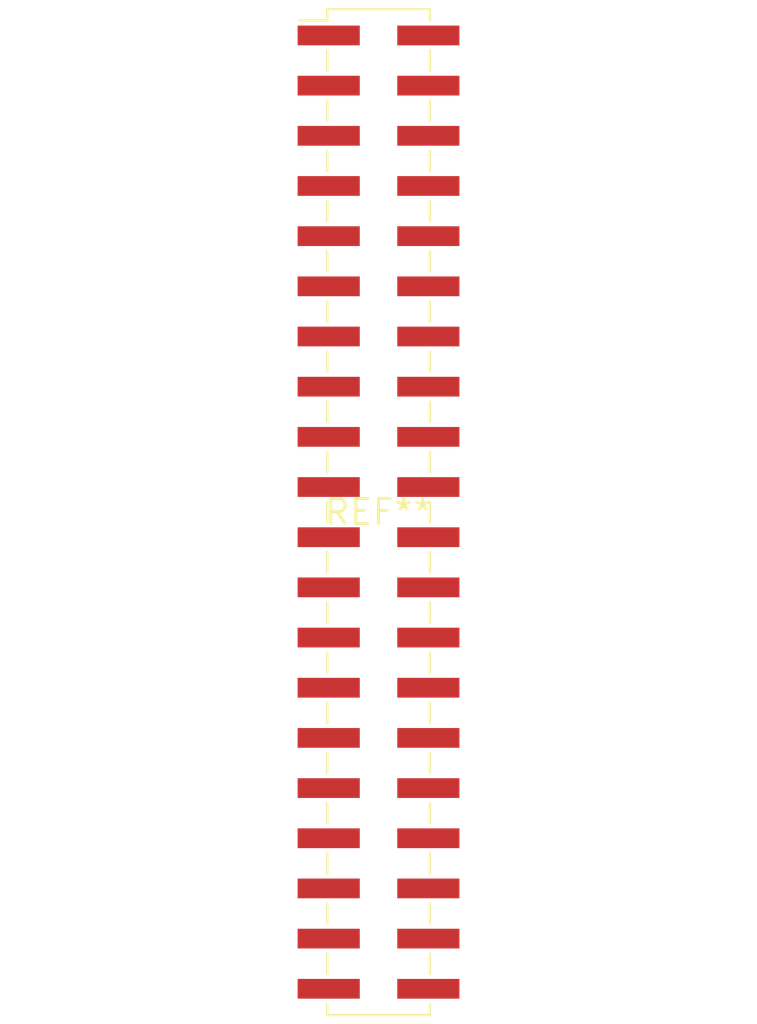
<source format=kicad_pcb>
(kicad_pcb (version 20240108) (generator pcbnew)
  (layers (0 "F.Cu" signal) (31 "B.Cu" signal) (34 "B.Paste" user) (35 "F.Paste" user) (36 "B.SilkS" user "B.Silkscreen") (37 "F.SilkS" user "F.Silkscreen") (38 "B.Mask" user) (39 "F.Mask" user) (44 "Edge.Cuts" user))
  (net 0 "")
  (footprint "PinHeader_2x20_P2.54mm_Vertical_SMD" (layer "F.Cu") (at 0 0)
    (property "Reference" "REF**")
    (property "Value" "PinHeader_2x20_P2.54mm_Vertical_SMD")
    (fp_line (start -4.04 -24.89) (end -2.6 -24.89) (layer "F.SilkS") (stroke (width 0.12)))
    (fp_line (start -2.6 -25.46) (end -2.6 -24.89) (layer "F.SilkS") (stroke (width 0.12)))
    (fp_line (start -2.6 -25.46) (end 2.6 -25.46) (layer "F.SilkS") (stroke (width 0.12)))
    (fp_line (start -2.6 -23.37) (end -2.6 -22.35) (layer "F.SilkS") (stroke (width 0.12)))
    (fp_line (start -2.6 -20.83) (end -2.6 -19.81) (layer "F.SilkS") (stroke (width 0.12)))
    (fp_line (start -2.6 -18.29) (end -2.6 -17.27) (layer "F.SilkS") (stroke (width 0.12)))
    (fp_line (start -2.6 -15.75) (end -2.6 -14.73) (layer "F.SilkS") (stroke (width 0.12)))
    (fp_line (start -2.6 -13.21) (end -2.6 -12.19) (layer "F.SilkS") (stroke (width 0.12)))
    (fp_line (start -2.6 -10.67) (end -2.6 -9.65) (layer "F.SilkS") (stroke (width 0.12)))
    (fp_line (start -2.6 -8.13) (end -2.6 -7.11) (layer "F.SilkS") (stroke (width 0.12)))
    (fp_line (start -2.6 -5.59) (end -2.6 -4.57) (layer "F.SilkS") (stroke (width 0.12)))
    (fp_line (start -2.6 -3.05) (end -2.6 -2.03) (layer "F.SilkS") (stroke (width 0.12)))
    (fp_line (start -2.6 -0.51) (end -2.6 0.51) (layer "F.SilkS") (stroke (width 0.12)))
    (fp_line (start -2.6 2.03) (end -2.6 3.05) (layer "F.SilkS") (stroke (width 0.12)))
    (fp_line (start -2.6 4.57) (end -2.6 5.59) (layer "F.SilkS") (stroke (width 0.12)))
    (fp_line (start -2.6 7.11) (end -2.6 8.13) (layer "F.SilkS") (stroke (width 0.12)))
    (fp_line (start -2.6 9.65) (end -2.6 10.67) (layer "F.SilkS") (stroke (width 0.12)))
    (fp_line (start -2.6 12.19) (end -2.6 13.21) (layer "F.SilkS") (stroke (width 0.12)))
    (fp_line (start -2.6 14.73) (end -2.6 15.75) (layer "F.SilkS") (stroke (width 0.12)))
    (fp_line (start -2.6 17.27) (end -2.6 18.29) (layer "F.SilkS") (stroke (width 0.12)))
    (fp_line (start -2.6 19.81) (end -2.6 20.83) (layer "F.SilkS") (stroke (width 0.12)))
    (fp_line (start -2.6 22.35) (end -2.6 23.37) (layer "F.SilkS") (stroke (width 0.12)))
    (fp_line (start -2.6 24.89) (end -2.6 25.46) (layer "F.SilkS") (stroke (width 0.12)))
    (fp_line (start -2.6 25.46) (end 2.6 25.46) (layer "F.SilkS") (stroke (width 0.12)))
    (fp_line (start 2.6 -25.46) (end 2.6 -24.89) (layer "F.SilkS") (stroke (width 0.12)))
    (fp_line (start 2.6 -23.37) (end 2.6 -22.35) (layer "F.SilkS") (stroke (width 0.12)))
    (fp_line (start 2.6 -20.83) (end 2.6 -19.81) (layer "F.SilkS") (stroke (width 0.12)))
    (fp_line (start 2.6 -18.29) (end 2.6 -17.27) (layer "F.SilkS") (stroke (width 0.12)))
    (fp_line (start 2.6 -15.75) (end 2.6 -14.73) (layer "F.SilkS") (stroke (width 0.12)))
    (fp_line (start 2.6 -13.21) (end 2.6 -12.19) (layer "F.SilkS") (stroke (width 0.12)))
    (fp_line (start 2.6 -10.67) (end 2.6 -9.65) (layer "F.SilkS") (stroke (width 0.12)))
    (fp_line (start 2.6 -8.13) (end 2.6 -7.11) (layer "F.SilkS") (stroke (width 0.12)))
    (fp_line (start 2.6 -5.59) (end 2.6 -4.57) (layer "F.SilkS") (stroke (width 0.12)))
    (fp_line (start 2.6 -3.05) (end 2.6 -2.03) (layer "F.SilkS") (stroke (width 0.12)))
    (fp_line (start 2.6 -0.51) (end 2.6 0.51) (layer "F.SilkS") (stroke (width 0.12)))
    (fp_line (start 2.6 2.03) (end 2.6 3.05) (layer "F.SilkS") (stroke (width 0.12)))
    (fp_line (start 2.6 4.57) (end 2.6 5.59) (layer "F.SilkS") (stroke (width 0.12)))
    (fp_line (start 2.6 7.11) (end 2.6 8.13) (layer "F.SilkS") (stroke (width 0.12)))
    (fp_line (start 2.6 9.65) (end 2.6 10.67) (layer "F.SilkS") (stroke (width 0.12)))
    (fp_line (start 2.6 12.19) (end 2.6 13.21) (layer "F.SilkS") (stroke (width 0.12)))
    (fp_line (start 2.6 14.73) (end 2.6 15.75) (layer "F.SilkS") (stroke (width 0.12)))
    (fp_line (start 2.6 17.27) (end 2.6 18.29) (layer "F.SilkS") (stroke (width 0.12)))
    (fp_line (start 2.6 19.81) (end 2.6 20.83) (layer "F.SilkS") (stroke (width 0.12)))
    (fp_line (start 2.6 22.35) (end 2.6 23.37) (layer "F.SilkS") (stroke (width 0.12)))
    (fp_line (start 2.6 24.89) (end 2.6 25.46) (layer "F.SilkS") (stroke (width 0.12)))
    (pad "1" smd rect (at -2.525 -24.13) (size 3.15 1) (layers "F.Cu" "F.Paste" "F.Mask"))
    (pad "2" smd rect (at 2.525 -24.13) (size 3.15 1) (layers "F.Cu" "F.Paste" "F.Mask"))
    (pad "3" smd rect (at -2.525 -21.59) (size 3.15 1) (layers "F.Cu" "F.Paste" "F.Mask"))
    (pad "4" smd rect (at 2.525 -21.59) (size 3.15 1) (layers "F.Cu" "F.Paste" "F.Mask"))
    (pad "5" smd rect (at -2.525 -19.05) (size 3.15 1) (layers "F.Cu" "F.Paste" "F.Mask"))
    (pad "6" smd rect (at 2.525 -19.05) (size 3.15 1) (layers "F.Cu" "F.Paste" "F.Mask"))
    (pad "7" smd rect (at -2.525 -16.51) (size 3.15 1) (layers "F.Cu" "F.Paste" "F.Mask"))
    (pad "8" smd rect (at 2.525 -16.51) (size 3.15 1) (layers "F.Cu" "F.Paste" "F.Mask"))
    (pad "9" smd rect (at -2.525 -13.97) (size 3.15 1) (layers "F.Cu" "F.Paste" "F.Mask"))
    (pad "10" smd rect (at 2.525 -13.97) (size 3.15 1) (layers "F.Cu" "F.Paste" "F.Mask"))
    (pad "11" smd rect (at -2.525 -11.43) (size 3.15 1) (layers "F.Cu" "F.Paste" "F.Mask"))
    (pad "12" smd rect (at 2.525 -11.43) (size 3.15 1) (layers "F.Cu" "F.Paste" "F.Mask"))
    (pad "13" smd rect (at -2.525 -8.89) (size 3.15 1) (layers "F.Cu" "F.Paste" "F.Mask"))
    (pad "14" smd rect (at 2.525 -8.89) (size 3.15 1) (layers "F.Cu" "F.Paste" "F.Mask"))
    (pad "15" smd rect (at -2.525 -6.35) (size 3.15 1) (layers "F.Cu" "F.Paste" "F.Mask"))
    (pad "16" smd rect (at 2.525 -6.35) (size 3.15 1) (layers "F.Cu" "F.Paste" "F.Mask"))
    (pad "17" smd rect (at -2.525 -3.81) (size 3.15 1) (layers "F.Cu" "F.Paste" "F.Mask"))
    (pad "18" smd rect (at 2.525 -3.81) (size 3.15 1) (layers "F.Cu" "F.Paste" "F.Mask"))
    (pad "19" smd rect (at -2.525 -1.27) (size 3.15 1) (layers "F.Cu" "F.Paste" "F.Mask"))
    (pad "20" smd rect (at 2.525 -1.27) (size 3.15 1) (layers "F.Cu" "F.Paste" "F.Mask"))
    (pad "21" smd rect (at -2.525 1.27) (size 3.15 1) (layers "F.Cu" "F.Paste" "F.Mask"))
    (pad "22" smd rect (at 2.525 1.27) (size 3.15 1) (layers "F.Cu" "F.Paste" "F.Mask"))
    (pad "23" smd rect (at -2.525 3.81) (size 3.15 1) (layers "F.Cu" "F.Paste" "F.Mask"))
    (pad "24" smd rect (at 2.525 3.81) (size 3.15 1) (layers "F.Cu" "F.Paste" "F.Mask"))
    (pad "25" smd rect (at -2.525 6.35) (size 3.15 1) (layers "F.Cu" "F.Paste" "F.Mask"))
    (pad "26" smd rect (at 2.525 6.35) (size 3.15 1) (layers "F.Cu" "F.Paste" "F.Mask"))
    (pad "27" smd rect (at -2.525 8.89) (size 3.15 1) (layers "F.Cu" "F.Paste" "F.Mask"))
    (pad "28" smd rect (at 2.525 8.89) (size 3.15 1) (layers "F.Cu" "F.Paste" "F.Mask"))
    (pad "29" smd rect (at -2.525 11.43) (size 3.15 1) (layers "F.Cu" "F.Paste" "F.Mask"))
    (pad "30" smd rect (at 2.525 11.43) (size 3.15 1) (layers "F.Cu" "F.Paste" "F.Mask"))
    (pad "31" smd rect (at -2.525 13.97) (size 3.15 1) (layers "F.Cu" "F.Paste" "F.Mask"))
    (pad "32" smd rect (at 2.525 13.97) (size 3.15 1) (layers "F.Cu" "F.Paste" "F.Mask"))
    (pad "33" smd rect (at -2.525 16.51) (size 3.15 1) (layers "F.Cu" "F.Paste" "F.Mask"))
    (pad "34" smd rect (at 2.525 16.51) (size 3.15 1) (layers "F.Cu" "F.Paste" "F.Mask"))
    (pad "35" smd rect (at -2.525 19.05) (size 3.15 1) (layers "F.Cu" "F.Paste" "F.Mask"))
    (pad "36" smd rect (at 2.525 19.05) (size 3.15 1) (layers "F.Cu" "F.Paste" "F.Mask"))
    (pad "37" smd rect (at -2.525 21.59) (size 3.15 1) (layers "F.Cu" "F.Paste" "F.Mask"))
    (pad "38" smd rect (at 2.525 21.59) (size 3.15 1) (layers "F.Cu" "F.Paste" "F.Mask"))
    (pad "39" smd rect (at -2.525 24.13) (size 3.15 1) (layers "F.Cu" "F.Paste" "F.Mask"))
    (pad "40" smd rect (at 2.525 24.13) (size 3.15 1) (layers "F.Cu" "F.Paste" "F.Mask"))
  )
)
</source>
